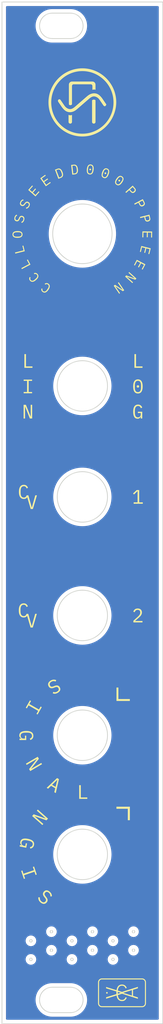
<source format=kicad_pcb>
(kicad_pcb (version 20171130) (host pcbnew "(5.1.5-0-10_14)")
  (layers (0 F.Cu signal) (31 B.Cu signal) (34 B.Paste user) (35 F.Paste user) (36 B.SilkS user) (37 F.SilkS user) (38 B.Mask user) (39 F.Mask user) (44 Edge.Cuts user))
  (net 0 "")
  (module Custom_Graphics:VCA_Panel_Silkscreen (layer F.Cu) (at 132.2 29)
    (fp_text reference svg2mod hide)
    (fp_text value G*** hide)
  )
  (module Custom_Graphics:VCA_Panel_Edgecuts (layer F.Cu) (at 132.2 29)
    (fp_text reference svg2mod hide)
    (fp_text value G*** hide)
    (fp_poly (pts (xy 16.785025 119.251371) (xy 16.772325 119.315224) (xy 16.737047 119.366729) (xy 16.685542 119.402007) (xy 16.622042 119.414707) (xy 16.558189 119.402007) (xy 16.506684 119.366729) (xy 16.471406 119.315224) (xy 16.458706 119.251371) (xy 16.471406 119.187871) (xy 16.506684 119.136365) (xy 16.558189 119.101087) (xy 16.622042 119.088387) (xy 16.685542 119.101087) (xy 16.737047 119.136365) (xy 16.772325 119.187871) (xy 16.785025 119.251371)) (layer Edge.Cuts) (width 0))
    (fp_poly (pts (xy 14.19225 120.402026) (xy 14.179197 120.465879) (xy 14.144272 120.517384) (xy 14.092414 120.552662) (xy 14.028914 120.565362) (xy 13.965414 120.552662) (xy 13.913555 120.517384) (xy 13.87863 120.465879) (xy 13.86593 120.402026) (xy 13.87863 120.338526) (xy 13.913555 120.28702) (xy 13.965414 120.251743) (xy 14.028914 120.239043) (xy 14.092414 120.251743) (xy 14.144272 120.28702) (xy 14.179197 120.338526) (xy 14.19225 120.402026)) (layer Edge.Cuts) (width 0))
    (fp_poly (pts (xy 11.599121 119.251371) (xy 11.586421 119.315224) (xy 11.551496 119.366729) (xy 11.499638 119.402007) (xy 11.436138 119.414707) (xy 11.372638 119.402007) (xy 11.32078 119.366729) (xy 11.285855 119.315224) (xy 11.272802 119.251371) (xy 11.285855 119.187871) (xy 11.32078 119.136365) (xy 11.372638 119.101087) (xy 11.436138 119.088387) (xy 11.499638 119.101087) (xy 11.551496 119.136365) (xy 11.586421 119.187871) (xy 11.599121 119.251371)) (layer Edge.Cuts) (width 0))
    (fp_poly (pts (xy 9.006346 120.402026) (xy 8.993646 120.465879) (xy 8.958368 120.517384) (xy 8.906863 120.552662) (xy 8.84301 120.565362) (xy 8.77951 120.552662) (xy 8.728004 120.517384) (xy 8.692726 120.465879) (xy 8.680026 120.402026) (xy 8.692726 120.338526) (xy 8.728004 120.28702) (xy 8.77951 120.251743) (xy 8.84301 120.239043) (xy 8.906863 120.251743) (xy 8.958368 120.28702) (xy 8.993646 120.338526) (xy 9.006346 120.402026)) (layer Edge.Cuts) (width 0))
    (fp_poly (pts (xy 6.41357 119.251371) (xy 6.400518 119.315224) (xy 6.365593 119.366729) (xy 6.313734 119.402007) (xy 6.250234 119.414707) (xy 6.186734 119.402007) (xy 6.134876 119.366729) (xy 6.099951 119.315224) (xy 6.087251 119.251371) (xy 6.099951 119.187871) (xy 6.134876 119.136365) (xy 6.186734 119.101087) (xy 6.250234 119.088387) (xy 6.313734 119.101087) (xy 6.365593 119.136365) (xy 6.400518 119.187871) (xy 6.41357 119.251371)) (layer Edge.Cuts) (width 0))
    (fp_poly (pts (xy 3.820442 120.402026) (xy 3.807742 120.465879) (xy 3.772817 120.517384) (xy 3.720959 120.552662) (xy 3.657459 120.565362) (xy 3.593959 120.552662) (xy 3.5421 120.517384) (xy 3.507175 120.465879) (xy 3.494123 120.402026) (xy 3.507175 120.338526) (xy 3.5421 120.28702) (xy 3.593959 120.251743) (xy 3.657459 120.239043) (xy 3.720959 120.251743) (xy 3.772817 120.28702) (xy 3.807742 120.338526) (xy 3.820442 120.402026)) (layer Edge.Cuts) (width 0))
    (fp_poly (pts (xy 16.785025 116.915947) (xy 16.772325 116.979447) (xy 16.737047 117.030952) (xy 16.685542 117.06623) (xy 16.622042 117.07893) (xy 16.558189 117.06623) (xy 16.506684 117.030952) (xy 16.471406 116.979447) (xy 16.458706 116.915947) (xy 16.471406 116.852094) (xy 16.506684 116.800588) (xy 16.558189 116.765311) (xy 16.622042 116.752611) (xy 16.685542 116.765311) (xy 16.737047 116.800588) (xy 16.772325 116.852094) (xy 16.785025 116.915947)) (layer Edge.Cuts) (width 0))
    (fp_poly (pts (xy 14.19225 118.066602) (xy 14.179197 118.130102) (xy 14.144272 118.181607) (xy 14.092414 118.216885) (xy 14.028914 118.229585) (xy 13.965414 118.216885) (xy 13.913555 118.181607) (xy 13.87863 118.130102) (xy 13.86593 118.066602) (xy 13.87863 118.002749) (xy 13.913555 117.951244) (xy 13.965414 117.915966) (xy 14.028914 117.903266) (xy 14.092414 117.915966) (xy 14.144272 117.951244) (xy 14.179197 118.002749) (xy 14.19225 118.066602)) (layer Edge.Cuts) (width 0))
    (fp_poly (pts (xy 11.599121 116.915947) (xy 11.586421 116.979447) (xy 11.551496 117.030952) (xy 11.499638 117.06623) (xy 11.436138 117.07893) (xy 11.372638 117.06623) (xy 11.32078 117.030952) (xy 11.285855 116.979447) (xy 11.272802 116.915947) (xy 11.285855 116.852094) (xy 11.32078 116.800588) (xy 11.372638 116.765311) (xy 11.436138 116.752611) (xy 11.499638 116.765311) (xy 11.551496 116.800588) (xy 11.586421 116.852094) (xy 11.599121 116.915947)) (layer Edge.Cuts) (width 0))
    (fp_poly (pts (xy 9.006346 118.066602) (xy 8.993646 118.130102) (xy 8.958368 118.181607) (xy 8.906863 118.216885) (xy 8.84301 118.229585) (xy 8.77951 118.216885) (xy 8.728004 118.181607) (xy 8.692726 118.130102) (xy 8.680026 118.066602) (xy 8.692726 118.002749) (xy 8.728004 117.951244) (xy 8.77951 117.915966) (xy 8.84301 117.903266) (xy 8.906863 117.915966) (xy 8.958368 117.951244) (xy 8.993646 118.002749) (xy 9.006346 118.066602)) (layer Edge.Cuts) (width 0))
    (fp_poly (pts (xy 6.41357 116.915947) (xy 6.400518 116.979447) (xy 6.365593 117.030952) (xy 6.313734 117.06623) (xy 6.250234 117.07893) (xy 6.186734 117.06623) (xy 6.134876 117.030952) (xy 6.099951 116.979447) (xy 6.087251 116.915947) (xy 6.099951 116.852094) (xy 6.134876 116.800588) (xy 6.186734 116.765311) (xy 6.250234 116.752611) (xy 6.313734 116.765311) (xy 6.365593 116.800588) (xy 6.400518 116.852094) (xy 6.41357 116.915947)) (layer Edge.Cuts) (width 0))
    (fp_poly (pts (xy 3.820442 118.066602) (xy 3.807742 118.130102) (xy 3.772817 118.181607) (xy 3.720959 118.216885) (xy 3.657459 118.229585) (xy 3.593959 118.216885) (xy 3.5421 118.181607) (xy 3.507175 118.130102) (xy 3.494123 118.066602) (xy 3.507175 118.002749) (xy 3.5421 117.951244) (xy 3.593959 117.915966) (xy 3.657459 117.903266) (xy 3.720959 117.915966) (xy 3.772817 117.951244) (xy 3.807742 118.002749) (xy 3.820442 118.066602)) (layer Edge.Cuts) (width 0))
    (fp_poly (pts (xy 0 -0.000004) (xy 20.32 -0.000004) (xy 20.32 128.50071) (xy 0 128.50071) (xy 0 -0.000004)) (layer Edge.Cuts) (width 0))
    (fp_poly (pts (xy 6.350176 1.400171) (xy 6.493757 1.400171) (xy 6.637337 1.400171) (xy 6.781271 1.400171) (xy 6.925204 1.400171) (xy 7.068785 1.400171) (xy 7.212365 1.400171) (xy 7.356298 1.400171) (xy 7.500232 1.400171) (xy 7.643812 1.400171) (xy 7.787393 1.400171) (xy 7.931326 1.400171) (xy 8.07526 1.400171) (xy 8.21884 1.400171) (xy 8.362421 1.400171) (xy 8.506354 1.400171) (xy 8.650287 1.400171) (xy 8.813976 1.408285) (xy 8.973432 1.432627) (xy 9.126537 1.471785) (xy 9.273646 1.525407) (xy 9.413698 1.592788) (xy 9.545637 1.672516) (xy 9.668757 1.764591) (xy 9.782351 1.867954) (xy 9.885362 1.981196) (xy 9.977085 2.104316) (xy 10.057518 2.236254) (xy 10.124546 2.376307) (xy 10.178521 2.523416) (xy 10.217679 2.676874) (xy 10.241668 2.835977) (xy 10.250134 3.000018) (xy 10.241668 3.16406) (xy 10.217679 3.323163) (xy 10.178521 3.476621) (xy 10.124546 3.623729) (xy 10.057518 3.763782) (xy 9.977085 3.895721) (xy 9.885362 4.018841) (xy 9.782351 4.132435) (xy 9.668757 4.235446) (xy 9.545637 4.327168) (xy 9.413698 4.407249) (xy 9.273646 4.474629) (xy 9.126537 4.528252) (xy 8.973432 4.56741) (xy 8.813976 4.591752) (xy 8.650287 4.599866) (xy 8.506354 4.599866) (xy 8.362421 4.599866) (xy 8.21884 4.599866) (xy 8.07526 4.599866) (xy 7.931326 4.599866) (xy 7.787393 4.599866) (xy 7.643812 4.599866) (xy 7.500232 4.599866) (xy 7.356298 4.599866) (xy 7.212365 4.599866) (xy 7.068785 4.599866) (xy 6.925204 4.599866) (xy 6.781271 4.599866) (xy 6.637337 4.599866) (xy 6.493757 4.599866) (xy 6.350176 4.599866) (xy 6.185782 4.591752) (xy 6.026679 4.56741) (xy 5.873221 4.528252) (xy 5.726112 4.474629) (xy 5.586412 4.407249) (xy 5.454473 4.327168) (xy 5.331001 4.235446) (xy 5.21776 4.132435) (xy 5.114748 4.018841) (xy 5.022674 3.895721) (xy 4.942946 3.763782) (xy 4.875565 3.623729) (xy 4.821943 3.476621) (xy 4.782785 3.323163) (xy 4.758443 3.16406) (xy 4.750329 3.000018) (xy 4.758443 2.835977) (xy 4.782785 2.676874) (xy 4.821943 2.523416) (xy 4.875565 2.376307) (xy 4.942946 2.236254) (xy 5.022674 2.104316) (xy 5.114748 1.981196) (xy 5.21776 1.867954) (xy 5.331001 1.764591) (xy 5.454473 1.672516) (xy 5.586412 1.592788) (xy 5.726112 1.525407) (xy 5.873221 1.471785) (xy 6.026679 1.432627) (xy 6.185782 1.408285) (xy 6.350176 1.400171)) (layer Edge.Cuts) (width 0))
    (fp_poly (pts (xy 6.350176 123.8995) (xy 6.493757 123.8995) (xy 6.637337 123.8995) (xy 6.781271 123.8995) (xy 6.925204 123.8995) (xy 7.068785 123.8995) (xy 7.212365 123.8995) (xy 7.356298 123.8995) (xy 7.500232 123.8995) (xy 7.643812 123.8995) (xy 7.787393 123.8995) (xy 7.931326 123.8995) (xy 8.07526 123.8995) (xy 8.21884 123.8995) (xy 8.362421 123.8995) (xy 8.506354 123.8995) (xy 8.650287 123.8995) (xy 8.813976 123.907614) (xy 8.973432 123.931956) (xy 9.126537 123.971114) (xy 9.273646 124.024736) (xy 9.413698 124.092117) (xy 9.545637 124.171845) (xy 9.668757 124.26392) (xy 9.782351 124.366931) (xy 9.885362 124.480525) (xy 9.977085 124.603645) (xy 10.057518 124.735583) (xy 10.124546 124.875636) (xy 10.178521 125.022745) (xy 10.217679 125.176203) (xy 10.241668 125.335306) (xy 10.250134 125.499347) (xy 10.241668 125.663389) (xy 10.217679 125.822845) (xy 10.178521 125.976656) (xy 10.124546 126.124117) (xy 10.057518 126.263817) (xy 9.977085 126.396108) (xy 9.885362 126.519228) (xy 9.782351 126.632822) (xy 9.668757 126.735833) (xy 9.545637 126.827908) (xy 9.413698 126.907989) (xy 9.273646 126.975369) (xy 9.126537 127.028639) (xy 8.973432 127.06815) (xy 8.813976 127.092492) (xy 8.650287 127.100606) (xy 8.506354 127.100606) (xy 8.362421 127.100606) (xy 8.21884 127.100606) (xy 8.07526 127.100606) (xy 7.931326 127.100606) (xy 7.787393 127.100606) (xy 7.643812 127.100606) (xy 7.500232 127.100606) (xy 7.356298 127.100606) (xy 7.212365 127.100606) (xy 7.068785 127.100606) (xy 6.925204 127.100606) (xy 6.781271 127.100606) (xy 6.637337 127.100606) (xy 6.493757 127.100606) (xy 6.350176 127.100606) (xy 6.185782 127.092492) (xy 6.026679 127.06815) (xy 5.873221 127.028639) (xy 5.726112 126.975369) (xy 5.586412 126.907989) (xy 5.454473 126.827908) (xy 5.331001 126.735833) (xy 5.21776 126.632822) (xy 5.114748 126.519228) (xy 5.022674 126.396108) (xy 4.942946 126.263817) (xy 4.875565 126.124117) (xy 4.821943 125.976656) (xy 4.782785 125.822845) (xy 4.758443 125.663389) (xy 4.750329 125.499347) (xy 4.758443 125.335306) (xy 4.782785 125.176203) (xy 4.821943 125.022745) (xy 4.875565 124.875636) (xy 4.942946 124.735583) (xy 5.022674 124.603645) (xy 5.114748 124.480525) (xy 5.21776 124.366931) (xy 5.331001 124.26392) (xy 5.454473 124.171845) (xy 5.586412 124.092117) (xy 5.726112 124.024736) (xy 5.873221 123.971114) (xy 6.026679 123.931956) (xy 6.185782 123.907614) (xy 6.350176 123.8995)) (layer Edge.Cuts) (width 0))
    (fp_poly (pts (xy 13.911121 29.155915) (xy 13.906182 29.348884) (xy 13.891718 29.539384) (xy 13.867729 29.727062) (xy 13.834921 29.911565) (xy 13.792941 30.092892) (xy 13.742141 30.271045) (xy 13.683227 30.445317) (xy 13.616199 30.615709) (xy 13.541057 30.781515) (xy 13.458507 30.94344) (xy 13.368196 31.100426) (xy 13.270829 31.252473) (xy 13.166054 31.399581) (xy 13.054577 31.541398) (xy 12.936749 31.677217) (xy 12.812924 31.807745) (xy 12.682749 31.93157) (xy 12.546577 32.049751) (xy 12.404407 32.160876) (xy 12.257652 32.265298) (xy 12.105604 32.363017) (xy 11.948618 32.453329) (xy 11.787046 32.536231) (xy 11.620888 32.61102) (xy 11.450143 32.678401) (xy 11.276224 32.737315) (xy 11.098071 32.787762) (xy 10.916743 32.829742) (xy 10.731888 32.862551) (xy 10.544563 32.88654) (xy 10.354063 32.901003) (xy 10.161093 32.905942) (xy 9.968124 32.901003) (xy 9.777624 32.88654) (xy 9.589946 32.862551) (xy 9.405443 32.829742) (xy 9.223763 32.787762) (xy 9.045963 32.737315) (xy 8.871691 32.678401) (xy 8.701299 32.61102) (xy 8.535493 32.536231) (xy 8.373568 32.453329) (xy 8.21623 32.363017) (xy 8.064535 32.265298) (xy 7.917427 32.160876) (xy 7.77561 32.049751) (xy 7.639791 31.93157) (xy 7.509616 31.807745) (xy 7.385085 31.677217) (xy 7.267257 31.541398) (xy 7.156132 31.399581) (xy 7.05171 31.252473) (xy 6.953991 31.100426) (xy 6.863327 30.94344) (xy 6.780777 30.781515) (xy 6.705635 30.615709) (xy 6.638607 30.445317) (xy 6.579693 30.271045) (xy 6.528893 30.092892) (xy 6.487266 29.911565) (xy 6.454105 29.727062) (xy 6.430468 29.539384) (xy 6.416005 29.348884) (xy 6.411066 29.155915) (xy 6.416005 28.962945) (xy 6.430468 28.772445) (xy 6.454105 28.584767) (xy 6.487266 28.399912) (xy 6.528893 28.218584) (xy 6.579693 28.040784) (xy 6.638607 27.866512) (xy 6.705635 27.69612) (xy 6.780777 27.530315) (xy 6.863327 27.36839) (xy 6.953991 27.211404) (xy 7.05171 27.059356) (xy 7.156132 26.912248) (xy 7.267257 26.770431) (xy 7.385085 26.634612) (xy 7.509616 26.504084) (xy 7.639791 26.379906) (xy 7.77561 26.262079) (xy 7.917427 26.150954) (xy 8.064535 26.046531) (xy 8.21623 25.948812) (xy 8.373568 25.858501) (xy 8.535493 25.775598) (xy 8.701299 25.700456) (xy 8.871691 25.633429) (xy 9.045963 25.574515) (xy 9.223763 25.524068) (xy 9.405443 25.482087) (xy 9.589946 25.449279) (xy 9.777624 25.42529) (xy 9.968124 25.410826) (xy 10.161093 25.405887) (xy 10.354063 25.410826) (xy 10.544563 25.42529) (xy 10.731888 25.449279) (xy 10.916743 25.482087) (xy 11.098071 25.524068) (xy 11.276224 25.574515) (xy 11.450143 25.633429) (xy 11.620888 25.700456) (xy 11.787046 25.775598) (xy 11.948618 25.858501) (xy 12.105604 25.948812) (xy 12.257652 26.046531) (xy 12.404407 26.150954) (xy 12.546577 26.262079) (xy 12.682749 26.379906) (xy 12.812924 26.504084) (xy 12.936749 26.634612) (xy 13.054577 26.770431) (xy 13.166054 26.912248) (xy 13.270829 27.059356) (xy 13.368196 27.211404) (xy 13.458507 27.36839) (xy 13.541057 27.530315) (xy 13.616199 27.69612) (xy 13.683227 27.866512) (xy 13.742141 28.040784) (xy 13.792941 28.218584) (xy 13.834921 28.399912) (xy 13.867729 28.584767) (xy 13.891718 28.772445) (xy 13.906182 28.962945) (xy 13.911121 29.155915)) (layer Edge.Cuts) (width 0))
    (fp_poly (pts (xy 13.335106 107.198013) (xy 13.334047 107.279857) (xy 13.330872 107.361349) (xy 13.325933 107.442135) (xy 13.318525 107.522568) (xy 13.309706 107.602296) (xy 13.298417 107.681318) (xy 13.285364 107.759988) (xy 13.270194 107.837599) (xy 13.253967 107.914857) (xy 13.235269 107.99141) (xy 13.214456 108.067257) (xy 13.192231 108.142046) (xy 13.167889 108.216482) (xy 13.142136 108.28986) (xy 13.114619 108.362179) (xy 13.085339 108.433793) (xy 13.054647 108.504349) (xy 13.021839 108.574199) (xy 12.987619 108.643343) (xy 12.951636 108.711429) (xy 12.914594 108.778104) (xy 12.875083 108.844427) (xy 12.834867 108.909338) (xy 12.792886 108.972838) (xy 12.749142 109.035985) (xy 12.704339 109.097721) (xy 12.657772 109.158399) (xy 12.609794 109.217665) (xy 12.560758 109.275874) (xy 12.509958 109.332671) (xy 12.458453 109.38841) (xy 12.404831 109.442738) (xy 12.350503 109.49636) (xy 12.294764 109.548218) (xy 12.237967 109.598665) (xy 12.179758 109.647702) (xy 12.120139 109.695679) (xy 12.059814 109.742246) (xy 11.998078 109.787049) (xy 11.934931 109.830793) (xy 11.871431 109.872774) (xy 11.806167 109.913343) (xy 11.740197 109.952502) (xy 11.673169 109.989543) (xy 11.605436 110.025879) (xy 11.536292 110.059746) (xy 11.466442 110.092554) (xy 11.395886 110.123599) (xy 11.324272 110.152879) (xy 11.2516 110.180396) (xy 11.178222 110.206149) (xy 11.104139 110.23049) (xy 11.02935 110.252363) (xy 10.953503 110.273177) (xy 10.87695 110.291874) (xy 10.799692 110.308454) (xy 10.722081 110.323271) (xy 10.643411 110.336324) (xy 10.564389 110.347613) (xy 10.484661 110.356432) (xy 10.404228 110.36384) (xy 10.323442 110.368779) (xy 10.24195 110.371954) (xy 10.160106 110.373013) (xy 10.078261 110.371954) (xy 9.996417 110.368779) (xy 9.915983 110.36384) (xy 9.835197 110.356432) (xy 9.755822 110.347613) (xy 9.676447 110.336324) (xy 9.597778 110.323271) (xy 9.520167 110.308454) (xy 9.442908 110.291874) (xy 9.366708 110.273177) (xy 9.290861 110.252363) (xy 9.21572 110.23049) (xy 9.141636 110.206149) (xy 9.068258 110.180396) (xy 8.995939 110.152879) (xy 8.924325 110.123599) (xy 8.853417 110.092554) (xy 8.783567 110.059746) (xy 8.714422 110.025879) (xy 8.646689 109.989543) (xy 8.580014 109.952502) (xy 8.513692 109.913343) (xy 8.448781 109.872774) (xy 8.384928 109.830793) (xy 8.322133 109.787049) (xy 8.260397 109.742246) (xy 8.19972 109.695679) (xy 8.140453 109.647702) (xy 8.082245 109.598665) (xy 8.025095 109.548218) (xy 7.969356 109.49636) (xy 7.915028 109.442738) (xy 7.861758 109.38841) (xy 7.8099 109.332671) (xy 7.7591 109.275874) (xy 7.710064 109.217665) (xy 7.662086 109.158399) (xy 7.615872 109.097721) (xy 7.570717 109.035985) (xy 7.527325 108.972838) (xy 7.485345 108.909338) (xy 7.444775 108.844427) (xy 7.405617 108.778104) (xy 7.368222 108.711429) (xy 7.332239 108.643343) (xy 7.298372 108.574199) (xy 7.265564 108.504349) (xy 7.23452 108.433793) (xy 7.205239 108.362179) (xy 7.177722 108.28986) (xy 7.15197 108.216482) (xy 7.127628 108.142046) (xy 7.105403 108.067257) (xy 7.084942 107.99141) (xy 7.066245 107.914857) (xy 7.049664 107.837599) (xy 7.034847 107.759988) (xy 7.021795 107.681318) (xy 7.010506 107.602296) (xy 7.001333 107.522568) (xy 6.994278 107.442135) (xy 6.989339 107.361349) (xy 6.986164 107.279857) (xy 6.985106 107.198013) (xy 6.986164 107.116168) (xy 6.989339 107.034677) (xy 6.994278 106.95389) (xy 7.001333 106.873457) (xy 7.010506 106.793729) (xy 7.021795 106.714354) (xy 7.034847 106.636038) (xy 7.049664 106.558427) (xy 7.066245 106.481168) (xy 7.084942 106.404615) (xy 7.105403 106.328768) (xy 7.127628 106.253627) (xy 7.15197 106.179543) (xy 7.177722 106.106165) (xy 7.205239 106.033846) (xy 7.23452 105.962232) (xy 7.265564 105.891324) (xy 7.298372 105.821474) (xy 7.332239 105.752329) (xy 7.368222 105.684596) (xy 7.405617 105.617921) (xy 7.444775 105.551599) (xy 7.485345 105.486688) (xy 7.527325 105.422835) (xy 7.570717 105.360041) (xy 7.615872 105.298304) (xy 7.662086 105.237627) (xy 7.710064 105.17836) (xy 7.7591 105.120152) (xy 7.8099 105.063002) (xy 7.861758 105.007616) (xy 7.915028 104.952935) (xy 7.969356 104.899666) (xy 8.025095 104.847807) (xy 8.082245 104.797007) (xy 8.140453 104.747971) (xy 8.19972 104.700346) (xy 8.260397 104.653779) (xy 8.322133 104.608624) (xy 8.384928 104.565232) (xy 8.448781 104.523252) (xy 8.513692 104.482682) (xy 8.580014 104.443524) (xy 8.646689 104.406129) (xy 8.714422 104.370146) (xy 8.783567 104.336279) (xy 8.853417 104.303471) (xy 8.924325 104.272427) (xy 8.995939 104.243146) (xy 9.068258 104.215629) (xy 9.141636 104.189877) (xy 9.21572 104.165535) (xy 9.290861 104.143663) (xy 9.366708 104.122849) (xy 9.442908 104.104152) (xy 9.520167 104.087571) (xy 9.597778 104.072754) (xy 9.676447 104.059702) (xy 9.755822 104.048413) (xy 9.835197 104.039241) (xy 9.915983 104.032185) (xy 9.996417 104.027246) (xy 10.078261 104.024071) (xy 10.160106 104.023013) (xy 10.24195 104.024071) (xy 10.323442 104.027246) (xy 10.404228 104.032185) (xy 10.484661 104.039241) (xy 10.564389 104.048413) (xy 10.643411 104.059702) (xy 10.722081 104.072754) (xy 10.799692 104.087571) (xy 10.87695 104.104152) (xy 10.953503 104.122849) (xy 11.02935 104.143663) (xy 11.104139 104.165535) (xy 11.178222 104.189877) (xy 11.2516 104.215629) (xy 11.324272 104.243146) (xy 11.395886 104.272427) (xy 11.466442 104.303471) (xy 11.536292 104.336279) (xy 11.605436 104.370146) (xy 11.673169 104.406129) (xy 11.740197 104.443524) (xy 11.806167 104.482682) (xy 11.871431 104.523252) (xy 11.934931 104.565232) (xy 11.998078 104.608624) (xy 12.059814 104.653779) (xy 12.120139 104.700346) (xy 12.179758 104.747971) (xy 12.237967 104.797007) (xy 12.294764 104.847807) (xy 12.350503 104.899666) (xy 12.404831 104.952935) (xy 12.458453 105.007616) (xy 12.509958 105.063002) (xy 12.560758 105.120152) (xy 12.609794 105.17836) (xy 12.657772 105.237627) (xy 12.704339 105.298304) (xy 12.749142 105.360041) (xy 12.792886 105.422835) (xy 12.834867 105.486688) (xy 12.875083 105.551599) (xy 12.914594 105.617921) (xy 12.951636 105.684596) (xy 12.987619 105.752329) (xy 13.021839 105.821474) (xy 13.054647 105.891324) (xy 13.085339 105.962232) (xy 13.114619 106.033846) (xy 13.142136 106.106165) (xy 13.167889 106.179543) (xy 13.192231 106.253627) (xy 13.214456 106.328768) (xy 13.235269 106.404615) (xy 13.253967 106.481168) (xy 13.270194 106.558427) (xy 13.285364 106.636038) (xy 13.298417 106.714354) (xy 13.309706 106.793729) (xy 13.318525 106.873457) (xy 13.325933 106.95389) (xy 13.330872 107.034677) (xy 13.334047 107.116168) (xy 13.335106 107.198013)) (layer Edge.Cuts) (width 0))
    (fp_poly (pts (xy 13.334753 48.285148) (xy 13.330519 48.448484) (xy 13.318525 48.609704) (xy 13.298064 48.768806) (xy 13.270194 48.925087) (xy 13.234917 49.078545) (xy 13.192231 49.229181) (xy 13.142136 49.376643) (xy 13.085339 49.520929) (xy 13.021839 49.661687) (xy 12.951636 49.798565) (xy 12.875083 49.931562) (xy 12.792533 50.060326) (xy 12.703986 50.184856) (xy 12.609794 50.304801) (xy 12.509958 50.419806) (xy 12.404831 50.530226) (xy 12.294764 50.635354) (xy 12.179758 50.73519) (xy 12.059461 50.829381) (xy 11.934931 50.917929) (xy 11.806167 51.000479) (xy 11.673169 51.077031) (xy 11.536292 51.146881) (xy 11.395886 51.210734) (xy 11.2516 51.267531) (xy 11.104139 51.317273) (xy 10.953503 51.360312) (xy 10.799692 51.39559) (xy 10.643411 51.423459) (xy 10.484661 51.44392) (xy 10.323442 51.455915) (xy 10.159753 51.460148) (xy 9.996417 51.455915) (xy 9.835197 51.44392) (xy 9.676447 51.423459) (xy 9.520167 51.39559) (xy 9.366356 51.360312) (xy 9.21572 51.317273) (xy 9.068258 51.267531) (xy 8.923972 51.210734) (xy 8.783567 51.146881) (xy 8.646689 51.077031) (xy 8.513692 51.000479) (xy 8.384928 50.917929) (xy 8.260397 50.829381) (xy 8.1401 50.73519) (xy 8.025095 50.635354) (xy 7.915028 50.530226) (xy 7.8099 50.419806) (xy 7.710064 50.304801) (xy 7.61552 50.184856) (xy 7.527325 50.060326) (xy 7.444775 49.931562) (xy 7.368222 49.798565) (xy 7.29802 49.661687) (xy 7.23452 49.520929) (xy 7.177722 49.376643) (xy 7.127628 49.229181) (xy 7.084942 49.078545) (xy 7.049664 48.925087) (xy 7.021442 48.768806) (xy 7.001333 48.609704) (xy 6.988986 48.448484) (xy 6.984753 48.285148) (xy 6.988986 48.121812) (xy 7.001333 47.960593) (xy 7.021442 47.80149) (xy 7.049664 47.645562) (xy 7.084942 47.491751) (xy 7.127628 47.341115) (xy 7.177722 47.193654) (xy 7.23452 47.049368) (xy 7.29802 46.908609) (xy 7.368222 46.771732) (xy 7.444775 46.638734) (xy 7.527325 46.50997) (xy 7.61552 46.38544) (xy 7.710064 46.265495) (xy 7.8099 46.15049) (xy 7.915028 46.04007) (xy 8.025095 45.934943) (xy 8.1401 45.835107) (xy 8.260397 45.740915) (xy 8.384928 45.652368) (xy 8.513692 45.569818) (xy 8.646689 45.493265) (xy 8.783567 45.423415) (xy 8.923972 45.359915) (xy 9.068258 45.302765) (xy 9.21572 45.253023) (xy 9.366356 45.209984) (xy 9.520167 45.174707) (xy 9.676447 45.146837) (xy 9.835197 45.126376) (xy 9.996417 45.114382) (xy 10.159753 45.110148) (xy 10.323442 45.114382) (xy 10.484661 45.126376) (xy 10.643411 45.146837) (xy 10.799692 45.174707) (xy 10.953503 45.209984) (xy 11.104139 45.253023) (xy 11.2516 45.302765) (xy 11.395886 45.359915) (xy 11.536292 45.423415) (xy 11.673169 45.493265) (xy 11.806167 45.569818) (xy 11.934931 45.652368) (xy 12.059461 45.740915) (xy 12.179758 45.835107) (xy 12.294764 45.934943) (xy 12.404831 46.04007) (xy 12.509958 46.15049) (xy 12.609794 46.265495) (xy 12.703986 46.38544) (xy 12.792533 46.50997) (xy 12.875083 46.638734) (xy 12.951636 46.771732) (xy 13.021839 46.908609) (xy 13.085339 47.049368) (xy 13.142136 47.193654) (xy 13.192231 47.341115) (xy 13.234917 47.491751) (xy 13.270194 47.645562) (xy 13.298064 47.80149) (xy 13.318525 47.960593) (xy 13.330519 48.121812) (xy 13.334753 48.285148)) (layer Edge.Cuts) (width 0))
    (fp_poly (pts (xy 13.335776 62.239873) (xy 13.331542 62.403209) (xy 13.319548 62.564428) (xy 13.299087 62.723531) (xy 13.271217 62.879811) (xy 13.23594 63.03327) (xy 13.193254 63.183906) (xy 13.143159 63.33172) (xy 13.086362 63.475653) (xy 13.022862 63.616411) (xy 12.952659 63.753289) (xy 12.876106 63.886286) (xy 12.793556 64.01505) (xy 12.705009 64.139581) (xy 12.610817 64.259525) (xy 12.510981 64.374531) (xy 12.405854 64.48495) (xy 12.295787 64.590078) (xy 12.180781 64.689914) (xy 12.060484 64.784106) (xy 11.935954 64.872653) (xy 11.80719 64.955203) (xy 11.674193 65.031756) (xy 11.537315 65.101959) (xy 11.396909 65.165459) (xy 11.252623 65.222256) (xy 11.105162 65.27235) (xy 10.954526 65.315036) (xy 10.800715 65.350314) (xy 10.644434 65.378184) (xy 10.485684 65.398645) (xy 10.324465 65.410639) (xy 10.160776 65.414873) (xy 9.99744 65.410639) (xy 9.83622 65.398645) (xy 9.67747 65.378184) (xy 9.52119 65.350314) (xy 9.367379 65.315036) (xy 9.216743 65.27235) (xy 9.069281 65.222256) (xy 8.924995 65.165459) (xy 8.78459 65.101959) (xy 8.647712 65.031756) (xy 8.514715 64.955203) (xy 8.385951 64.872653) (xy 8.261068 64.784106) (xy 8.141123 64.689914) (xy 8.026118 64.590078) (xy 7.916051 64.48495) (xy 7.810923 64.374531) (xy 7.711087 64.259525) (xy 7.616543 64.139581) (xy 7.527995 64.01505) (xy 7.445798 63.886286) (xy 7.369245 63.753289) (xy 7.299043 63.616411) (xy 7.235543 63.475653) (xy 7.178745 63.33172) (xy 7.128651 63.183906) (xy 7.085965 63.03327) (xy 7.050687 62.879811) (xy 7.022465 62.723531) (xy 7.002357 62.564428) (xy 6.990009 62.403209) (xy 6.985776 62.239873) (xy 6.990009 62.076536) (xy 7.002357 61.915317) (xy 7.022465 61.756214) (xy 7.050687 61.600286) (xy 7.085965 61.446475) (xy 7.128651 61.295839) (xy 7.178745 61.148378) (xy 7.235543 61.004092) (xy 7.299043 60.863334) (xy 7.369245 60.726456) (xy 7.445798 60.593459) (xy 7.527995 60.464695) (xy 7.616543 60.340164) (xy 7.711087 60.22022) (xy 7.810923 60.105214) (xy 7.916051 59.994795) (xy 8.026118 59.889667) (xy 8.141123 59.789831) (xy 8.261068 59.695639) (xy 8.385951 59.607092) (xy 8.514715 59.524542) (xy 8.647712 59.447989) (xy 8.78459 59.378139) (xy 8.924995 59.314639) (xy 9.069281 59.257489) (xy 9.216743 59.207748) (xy 9.367379 59.165062) (xy 9.52119 59.129431) (xy 9.67747 59.101562) (xy 9.83622 59.0811) (xy 9.99744 59.069106) (xy 10.160776 59.064873) (xy 10.324465 59.069106) (xy 10.485684 59.0811) (xy 10.644434 59.101562) (xy 10.800715 59.129431) (xy 10.954526 59.165062) (xy 11.105162 59.207748) (xy 11.252623 59.257489) (xy 11.396909 59.314639) (xy 11.537315 59.378139) (xy 11.674193 59.447989) (xy 11.80719 59.524542) (xy 11.935954 59.607092) (xy 12.060484 59.695639) (xy 12.180781 59.789831) (xy 12.295787 59.889667) (xy 12.405854 59.994795) (xy 12.510981 60.105214) (xy 12.610817 60.22022) (xy 12.705009 60.340164) (xy 12.793556 60.464695) (xy 12.876106 60.593459) (xy 12.952659 60.726456) (xy 13.022862 60.863334) (xy 13.086362 61.004092) (xy 13.143159 61.148378) (xy 13.193254 61.295839) (xy 13.23594 61.446475) (xy 13.271217 61.600286) (xy 13.299087 61.756214) (xy 13.319548 61.915317) (xy 13.331542 62.076536) (xy 13.335776 62.239873)) (layer Edge.Cuts) (width 0))
    (fp_poly (pts (xy 13.335106 77.145933) (xy 13.330872 77.309269) (xy 13.318525 77.470488) (xy 13.298417 77.629591) (xy 13.270194 77.785519) (xy 13.235269 77.93933) (xy 13.192231 78.089966) (xy 13.142136 78.237427) (xy 13.085339 78.381713) (xy 13.021839 78.522472) (xy 12.951636 78.659349) (xy 12.875083 78.792347) (xy 12.792886 78.921111) (xy 12.704339 79.045641) (xy 12.609794 79.165586) (xy 12.509958 79.280591) (xy 12.404831 79.391011) (xy 12.294764 79.496138) (xy 12.179758 79.595974) (xy 12.059814 79.690166) (xy 11.934931 79.778713) (xy 11.806167 79.861263) (xy 11.673169 79.937816) (xy 11.536292 80.007666) (xy 11.395886 80.071166) (xy 11.2516 80.128316) (xy 11.104139 80.178058) (xy 10.953503 80.221097) (xy 10.799692 80.256374) (xy 10.643411 80.284244) (xy 10.484661 80.304705) (xy 10.323442 80.316699) (xy 10.160106 80.320933) (xy 9.996417 80.316699) (xy 9.835197 80.304705) (xy 9.676447 80.284244) (xy 9.520167 80.256374) (xy 9.366708 80.221097) (xy 9.21572 80.178058) (xy 9.068258 80.128316) (xy 8.924325 80.071166) (xy 8.783567 80.007666) (xy 8.646689 79.937816) (xy 8.513692 79.861263) (xy 8.384928 79.778713) (xy 8.260397 79.690166) (xy 8.140453 79.595974) (xy 8.025095 79.496138) (xy 7.915028 79.391011) (xy 7.8099 79.280591) (xy 7.710064 79.165586) (xy 7.615872 79.045641) (xy 7.527325 78.921111) (xy 7.444775 78.792347) (xy 7.368222 78.659349) (xy 7.298372 78.522472) (xy 7.23452 78.381713) (xy 7.177722 78.237427) (xy 7.127628 78.089966) (xy 7.084942 77.93933) (xy 7.049664 77.785519) (xy 7.021795 77.629591) (xy 7.001333 77.470488) (xy 6.989339 77.309269) (xy 6.985106 77.145933) (xy 6.989339 76.982597) (xy 7.001333 76.821377) (xy 7.021795 76.662274) (xy 7.049664 76.505994) (xy 7.084942 76.352536) (xy 7.127628 76.201899) (xy 7.177722 76.054438) (xy 7.23452 75.910152) (xy 7.298372 75.769394) (xy 7.368222 75.632516) (xy 7.444775 75.499519) (xy 7.527325 75.370755) (xy 7.615872 75.246225) (xy 7.710064 75.12628) (xy 7.8099 75.011275) (xy 7.915028 74.900855) (xy 8.025095 74.795727) (xy 8.140453 74.695891) (xy 8.260397 74.6017) (xy 8.384928 74.513152) (xy 8.513692 74.430602) (xy 8.646689 74.35405) (xy 8.783567 74.2842) (xy 8.924325 74.220347) (xy 9.068258 74.16355) (xy 9.21572 74.113808) (xy 9.366708 74.070769) (xy 9.520167 74.035491) (xy 9.676447 74.007622) (xy 9.835197 73.987161) (xy 9.996417 73.975166) (xy 10.160106 73.970933) (xy 10.323442 73.975166) (xy 10.484661 73.987161) (xy 10.643411 74.007622) (xy 10.799692 74.035491) (xy 10.953503 74.070769) (xy 11.104139 74.113808) (xy 11.2516 74.16355) (xy 11.395886 74.220347) (xy 11.536292 74.2842) (xy 11.673169 74.35405) (xy 11.806167 74.430602) (xy 11.934931 74.513152) (xy 12.059814 74.6017) (xy 12.179758 74.695891) (xy 12.294764 74.795727) (xy 12.404831 74.900855) (xy 12.509958 75.011275) (xy 12.609794 75.12628) (xy 12.704339 75.246225) (xy 12.792886 75.370755) (xy 12.875083 75.499519) (xy 12.951636 75.632516) (xy 13.021839 75.769394) (xy 13.085339 75.910152) (xy 13.142136 76.054438) (xy 13.192231 76.201899) (xy 13.235269 76.352536) (xy 13.270194 76.505994) (xy 13.298417 76.662274) (xy 13.318525 76.821377) (xy 13.330872 76.982597) (xy 13.335106 77.145933)) (layer Edge.Cuts) (width 0))
    (fp_poly (pts (xy 13.335776 92.213212) (xy 13.331542 92.376549) (xy 13.319548 92.537768) (xy 13.299087 92.696871) (xy 13.271217 92.852799) (xy 13.23594 93.00661) (xy 13.193254 93.157599) (xy 13.143159 93.30506) (xy 13.086362 93.448993) (xy 13.022862 93.589751) (xy 12.952659 93.726629) (xy 12.876106 93.859626) (xy 12.793556 93.98839) (xy 12.705009 94.112921) (xy 12.610817 94.232865) (xy 12.510981 94.348224) (xy 12.405854 94.45829) (xy 12.295787 94.563418) (xy 12.180781 94.663254) (xy 12.060484 94.757446) (xy 11.935954 94.845993) (xy 11.80719 94.928543) (xy 11.674193 95.005096) (xy 11.537315 95.074946) (xy 11.396909 95.138799) (xy 11.252623 95.195596) (xy 11.105162 95.24569) (xy 10.954526 95.288376) (xy 10.800715 95.323654) (xy 10.644434 95.351524) (xy 10.485684 95.371985) (xy 10.324465 95.383979) (xy 10.160776 95.388212) (xy 9.99744 95.383979) (xy 9.83622 95.371985) (xy 9.67747 95.351524) (xy 9.52119 95.323654) (xy 9.367379 95.288376) (xy 9.216743 95.24569) (xy 9.069281 95.195596) (xy 8.924995 95.138799) (xy 8.78459 95.074946) (xy 8.647712 95.005096) (xy 8.514715 94.928543) (xy 8.385951 94.845993) (xy 8.261068 94.757446) (xy 8.141123 94.663254) (xy 8.026118 94.563418) (xy 7.916051 94.45829) (xy 7.810923 94.348224) (xy 7.711087 94.232865) (xy 7.616543 94.112921) (xy 7.527995 93.98839) (xy 7.445798 93.859626) (xy 7.369245 93.726629) (xy 7.299043 93.589751) (xy 7.235543 93.448993) (xy 7.178745 93.30506) (xy 7.128651 93.157599) (xy 7.085965 93.00661) (xy 7.050687 92.852799) (xy 7.022465 92.696871) (xy 7.002357 92.537768) (xy 6.990009 92.376549) (xy 6.985776 92.213212) (xy 6.990009 92.049876) (xy 7.002357 91.888657) (xy 7.022465 91.729907) (xy 7.050687 91.573626) (xy 7.085965 91.419815) (xy 7.128651 91.269179) (xy 7.178745 91.121718) (xy 7.235543 90.977432) (xy 7.299043 90.837026) (xy 7.369245 90.699796) (xy 7.445798 90.567151) (xy 7.527995 90.438388) (xy 7.616543 90.313504) (xy 7.711087 90.19356) (xy 7.810923 90.078554) (xy 7.916051 89.968488) (xy 8.026118 89.863007) (xy 8.141123 89.763524) (xy 8.261068 89.668979) (xy 8.385951 89.580432) (xy 8.514715 89.497882) (xy 8.647712 89.421682) (xy 8.78459 89.351479) (xy 8.924995 89.287626) (xy 9.069281 89.230829) (xy 9.216743 89.181088) (xy 9.367379 89.138049) (xy 9.52119 89.102771) (xy 9.67747 89.074901) (xy 9.83622 89.054793) (xy 9.99744 89.042446) (xy 10.160776 89.038213) (xy 10.324465 89.042446) (xy 10.485684 89.054793) (xy 10.644434 89.074901) (xy 10.800715 89.102771) (xy 10.954526 89.138049) (xy 11.105162 89.181088) (xy 11.252623 89.230829) (xy 11.396909 89.287626) (xy 11.537315 89.351479) (xy 11.674193 89.421682) (xy 11.80719 89.497882) (xy 11.935954 89.580432) (xy 12.060484 89.668979) (xy 12.180781 89.763524) (xy 12.295787 89.863007) (xy 12.405854 89.968488) (xy 12.510981 90.078554) (xy 12.610817 90.19356) (xy 12.705009 90.313504) (xy 12.793556 90.438388) (xy 12.876106 90.567151) (xy 12.952659 90.699796) (xy 13.022862 90.837026) (xy 13.086362 90.977432) (xy 13.143159 91.121718) (xy 13.193254 91.269179) (xy 13.23594 91.419815) (xy 13.271217 91.573626) (xy 13.299087 91.729907) (xy 13.319548 91.888657) (xy 13.331542 92.049876) (xy 13.335776 92.213212)) (layer Edge.Cuts) (width 0))
  )
  (zone (net 0) (net_name "") (layer F.Cu) (connect_pads (clearance 0.508)) (min_thickness 0.254) (fill yes (arc_segments 32) (thermal_gap 0.508) (thermal_bridge_width 0.508))
    (polygon (pts (xy 152.4 157.4) (xy 132.4 157.4) (xy 132.4 29.2) (xy 152.4 29.2)))
  )
  (zone (net 0) (net_name "") (layer B.Cu) (connect_pads (clearance 0.508)) (min_thickness 0.254) (fill yes (arc_segments 32) (thermal_gap 0.508) (thermal_bridge_width 0.508))
    (polygon (pts (xy 152.4 157.4) (xy 132.4 157.4) (xy 132.4 29.2) (xy 152.4 29.2)))
  )
)
</source>
